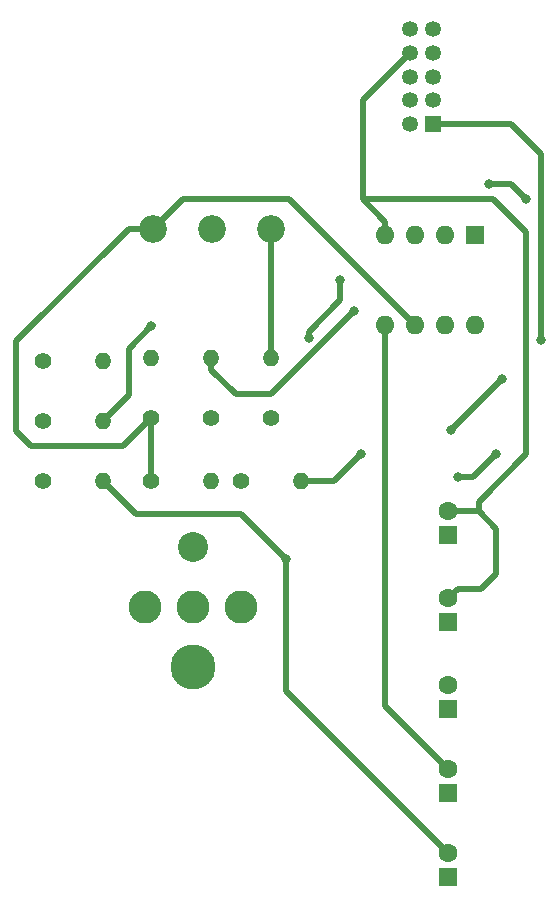
<source format=gbr>
G04 #@! TF.GenerationSoftware,KiCad,Pcbnew,(5.1.4)-1*
G04 #@! TF.CreationDate,2019-10-01T00:12:14+07:00*
G04 #@! TF.ProjectId,Microphone-PreAmp,4d696372-6f70-4686-9f6e-652d50726541,rev?*
G04 #@! TF.SameCoordinates,Original*
G04 #@! TF.FileFunction,Copper,L2,Bot*
G04 #@! TF.FilePolarity,Positive*
%FSLAX46Y46*%
G04 Gerber Fmt 4.6, Leading zero omitted, Abs format (unit mm)*
G04 Created by KiCad (PCBNEW (5.1.4)-1) date 2019-10-01 00:12:14*
%MOMM*%
%LPD*%
G04 APERTURE LIST*
%ADD10R,1.600000X1.600000*%
%ADD11C,1.600000*%
%ADD12C,1.350000*%
%ADD13R,1.350000X1.350000*%
%ADD14C,3.810000*%
%ADD15C,2.790000*%
%ADD16C,2.540000*%
%ADD17C,1.400000*%
%ADD18O,1.400000X1.400000*%
%ADD19O,1.600000X1.600000*%
%ADD20C,2.340000*%
%ADD21C,0.800000*%
%ADD22C,0.500000*%
G04 APERTURE END LIST*
D10*
X93726000Y-101854000D03*
D11*
X93726000Y-99854000D03*
D10*
X93726000Y-123444000D03*
D11*
X93726000Y-121444000D03*
X93726000Y-114332000D03*
D10*
X93726000Y-116332000D03*
D11*
X93726000Y-107220000D03*
D10*
X93726000Y-109220000D03*
D11*
X93726000Y-92488000D03*
D10*
X93726000Y-94488000D03*
D12*
X90456000Y-51690000D03*
X90456000Y-53690000D03*
X90456000Y-55690000D03*
X90456000Y-57690000D03*
X90456000Y-59690000D03*
X92456000Y-51690000D03*
X92456000Y-53690000D03*
X92456000Y-55690000D03*
X92456000Y-57690000D03*
D13*
X92456000Y-59690000D03*
D14*
X72132000Y-105664000D03*
D15*
X72132000Y-100584000D03*
D16*
X72132000Y-95504000D03*
D15*
X76202000Y-100584000D03*
X68072000Y-100584000D03*
D17*
X59436000Y-89916000D03*
D18*
X64516000Y-89916000D03*
X64516000Y-84836000D03*
D17*
X59436000Y-84836000D03*
X73660000Y-84582000D03*
D18*
X73660000Y-79502000D03*
D17*
X59436000Y-79756000D03*
D18*
X64516000Y-79756000D03*
X68580000Y-79502000D03*
D17*
X68580000Y-84582000D03*
D18*
X78740000Y-79502000D03*
D17*
X78740000Y-84582000D03*
X68580000Y-89916000D03*
D18*
X73660000Y-89916000D03*
X81280000Y-89916000D03*
D17*
X76200000Y-89916000D03*
D19*
X96012000Y-76708000D03*
X88392000Y-69088000D03*
X93472000Y-76708000D03*
X90932000Y-69088000D03*
X90932000Y-76708000D03*
X93472000Y-69088000D03*
X88392000Y-76708000D03*
D10*
X96012000Y-69088000D03*
D20*
X78740000Y-68580000D03*
X73740000Y-68580000D03*
X68740000Y-68580000D03*
D21*
X80010000Y-96520000D03*
X94549990Y-89600010D03*
X97790000Y-87630000D03*
X100330000Y-66040000D03*
X97155000Y-64770000D03*
X68580000Y-76835000D03*
X86360000Y-87630000D03*
X93980000Y-85598000D03*
X98298000Y-81280000D03*
X101600000Y-77978000D03*
X81915000Y-77851000D03*
X84582000Y-72898000D03*
X85725000Y-75565000D03*
D22*
X64516000Y-89916000D02*
X67310000Y-92710000D01*
X80010000Y-107728000D02*
X93726000Y-121444000D01*
X76200000Y-92710000D02*
X80010000Y-96520000D01*
X80010000Y-96520000D02*
X80010000Y-107728000D01*
X67310000Y-92710000D02*
X76200000Y-92710000D01*
X80010000Y-96520000D02*
X80010000Y-96520000D01*
X94549990Y-89600010D02*
X95819990Y-89600010D01*
X95819990Y-89600010D02*
X97790000Y-87630000D01*
X97790000Y-87630000D02*
X97790000Y-87630000D01*
X99060000Y-64770000D02*
X97155000Y-64770000D01*
X100330000Y-66040000D02*
X99060000Y-64770000D01*
X88392000Y-108998000D02*
X88392000Y-76708000D01*
X93726000Y-114332000D02*
X88392000Y-108998000D01*
X64516000Y-84836000D02*
X66675000Y-82677000D01*
X66675000Y-82677000D02*
X66675000Y-78740000D01*
X66675000Y-78740000D02*
X68580000Y-76835000D01*
X68580000Y-76835000D02*
X68707000Y-76708000D01*
X96298000Y-92488000D02*
X93726000Y-92488000D01*
X97790000Y-93980000D02*
X96298000Y-92488000D01*
X97790000Y-97790000D02*
X97790000Y-93980000D01*
X96525999Y-99054001D02*
X97790000Y-97790000D01*
X93726000Y-99854000D02*
X94525999Y-99054001D01*
X94525999Y-99054001D02*
X96525999Y-99054001D01*
X88392000Y-67956630D02*
X86475370Y-66040000D01*
X88392000Y-69088000D02*
X88392000Y-67956630D01*
X86475370Y-57670630D02*
X90456000Y-53690000D01*
X86475370Y-66040000D02*
X86475370Y-57670630D01*
X96298000Y-91662000D02*
X96298000Y-92488000D01*
X100330000Y-68834000D02*
X100330000Y-87630000D01*
X97536000Y-66040000D02*
X100330000Y-68834000D01*
X86475370Y-66040000D02*
X97536000Y-66040000D01*
X100330000Y-87630000D02*
X96298000Y-91662000D01*
X81280000Y-89916000D02*
X84074000Y-89916000D01*
X84074000Y-89916000D02*
X86360000Y-87630000D01*
X86360000Y-87630000D02*
X86360000Y-87630000D01*
X93980000Y-85598000D02*
X94379999Y-85198001D01*
X94379999Y-85198001D02*
X97282000Y-82296000D01*
X97282000Y-82296000D02*
X98298000Y-81280000D01*
X98298000Y-81280000D02*
X98298000Y-81280000D01*
X101600000Y-62230000D02*
X101600000Y-77978000D01*
X92456000Y-59690000D02*
X99060000Y-59690000D01*
X101600000Y-62230000D02*
X101600000Y-62230000D01*
X99060000Y-59690000D02*
X101600000Y-62230000D01*
X81915000Y-77285315D02*
X84582000Y-74618315D01*
X81915000Y-77851000D02*
X81915000Y-77285315D01*
X84582000Y-74618315D02*
X84582000Y-72898000D01*
X84582000Y-72898000D02*
X84582000Y-72898000D01*
X73660000Y-80491949D02*
X75718051Y-82550000D01*
X73660000Y-79502000D02*
X73660000Y-80491949D01*
X75718051Y-82550000D02*
X78740000Y-82550000D01*
X78740000Y-82550000D02*
X85725000Y-75565000D01*
X85725000Y-75565000D02*
X85725000Y-75565000D01*
X68740000Y-68580000D02*
X66675000Y-68580000D01*
X66675000Y-68580000D02*
X57150000Y-78105000D01*
X57150000Y-78105000D02*
X57150000Y-85725000D01*
X57150000Y-85725000D02*
X58420000Y-86995000D01*
X66167000Y-86995000D02*
X68580000Y-84582000D01*
X58420000Y-86995000D02*
X66167000Y-86995000D01*
X68580000Y-85571949D02*
X68580000Y-89916000D01*
X68580000Y-84582000D02*
X68580000Y-85571949D01*
X68740000Y-68580000D02*
X71280000Y-66040000D01*
X80264000Y-66040000D02*
X90932000Y-76708000D01*
X71280000Y-66040000D02*
X80264000Y-66040000D01*
X78740000Y-68580000D02*
X78740000Y-79502000D01*
M02*

</source>
